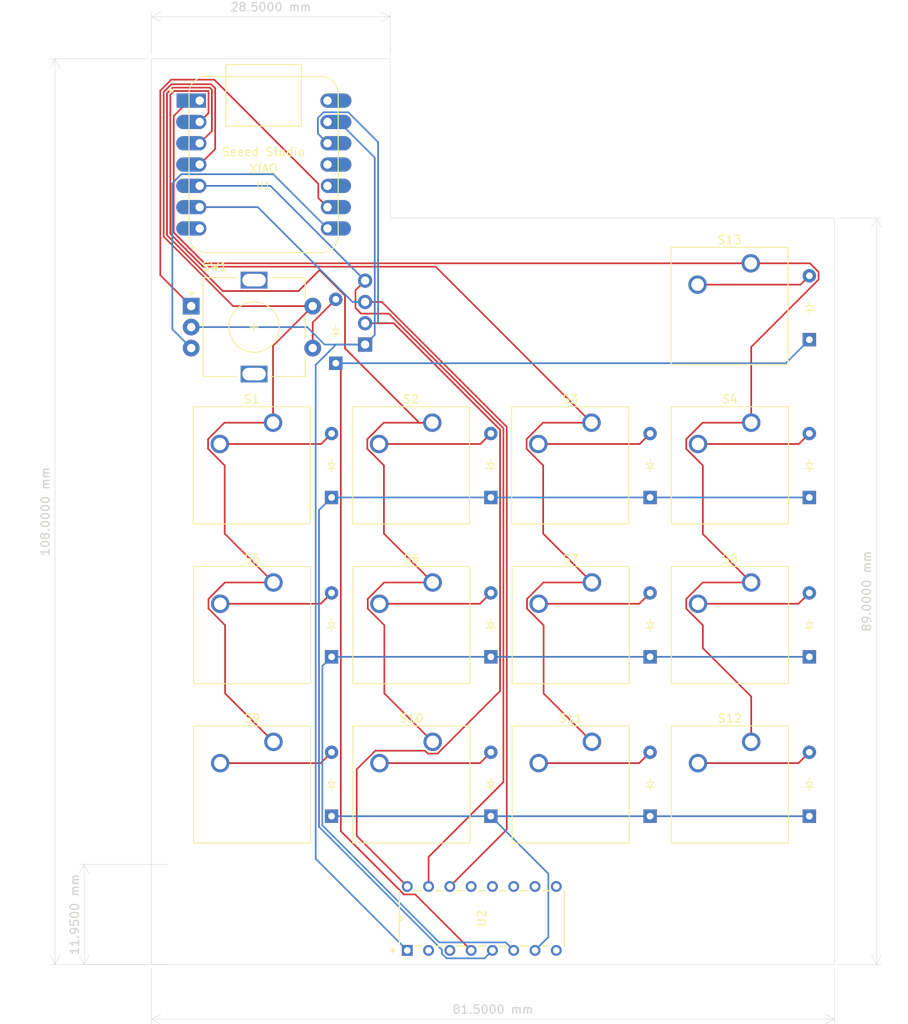
<source format=kicad_pcb>
(kicad_pcb (version 20240108) (generator "pcbnew") (generator_version "8.0")
  (layers (0 "F.Cu" signal) (31 "B.Cu" signal) (34 "B.Paste" user) (35 "F.Paste" user) (36 "B.SilkS" user "B.Silkscreen") (37 "F.SilkS" user "F.Silkscreen") (38 "B.Mask" user) (39 "F.Mask" user) (44 "Edge.Cuts" user))
  (net 0 "")
  (net 1 "SDA")
  (net 2 "SCL")
  (net 3 "GND")
  (net 4 "+3V3")
  (net 5 "Row 1")
  (net 6 "Net-(D1-A)")
  (net 7 "Net-(D2-A)")
  (net 8 "Net-(D3-A)")
  (net 9 "Net-(D4-A)")
  (net 10 "Row 2")
  (net 11 "Net-(D5-A)")
  (net 12 "Net-(D6-A)")
  (net 13 "Net-(D7-A)")
  (net 14 "Net-(D8-A)")
  (net 15 "Net-(D9-A)")
  (net 16 "Row 3")
  (net 17 "Net-(D10-A)")
  (net 18 "Net-(D11-A)")
  (net 19 "Net-(D12-A)")
  (net 20 "Net-(D13-A)")
  (net 21 "Row 0")
  (net 22 "E1OA")
  (net 23 "Column 3")
  (net 24 "Column 2")
  (net 25 "Column 1")
  (net 26 "Column 0")
  (net 27 "E1B")
  (net 28 "E1A")
  (net 30 "+5V")
  (footprint "footprints:XIAO-Generic-Hybrid-14P-2.54-21X17.8MM" (layer "F.Cu") (at 50.8895 38.12)
    (property "Reference" "U1" (at 0 2.54 0) (layer "F.SilkS") (effects (font (size 0.889 0.889) (thickness 0.1016))))
    (property "Value" "MOUDLE-SEEEDUINO-XIAO" (hide yes))
    (fp_text user "Seeed Studio" (at 0 -1.5 0) (layer "F.SilkS"))
    (fp_text user "XIAO" (at 0 0.5 0) (layer "F.SilkS"))
    (pad "1" thru_hole rect (at -7.625 -7.62) (size 3.5 1.7) (drill 1 (offset -1 0)) (layers "*.Cu" "*.Mask") (net 26 "Column 0"))
    (pad "2" thru_hole oval (at -7.625 -5.08) (size 3.6 1.7) (drill 1 (offset -1 0)) (layers "*.Cu" "*.Mask") (net 25 "Column 1"))
    (pad "3" thru_hole oval (at -7.625 -2.54) (size 3.6 1.7) (drill 1 (offset -1 0)) (layers "*.Cu" "*.Mask") (net 24 "Column 2"))
    (pad "4" thru_hole oval (at -7.625 0) (size 3.6 1.7) (drill 1 (offset -1 0)) (layers "*.Cu" "*.Mask") (net 23 "Column 3"))
    (pad "5" thru_hole oval (at -7.625 2.54) (size 3.6 1.7) (drill 1 (offset -1 0)) (layers "*.Cu" "*.Mask") (net 1 "SDA"))
    (pad "6" thru_hole oval (at -7.625 5.08 180) (size 3.6 1.7) (drill 1 (offset 1 0)) (layers "*.Cu" "*.Mask") (net 2 "SCL"))
    (pad "7" thru_hole oval (at -7.625 7.62) (size 3.6 1.7) (drill 1 (offset -1 0)) (layers "*.Cu" "*.Mask"))
    (pad "8" thru_hole oval (at 7.625 7.62) (size 3.6 1.7) (drill 1 (offset 1 0)) (layers "*.Cu" "*.Mask") (net 27 "E1B"))
    (pad "9" thru_hole oval (at 7.625 5.08) (size 3.6 1.7) (drill 1 (offset 1 0)) (layers "*.Cu" "*.Mask") (net 28 "E1A"))
    (pad "10" thru_hole oval (at 7.625 2.54) (size 3.6 1.7) (drill 1 (offset 1 0)) (layers "*.Cu" "*.Mask"))
    (pad "11" thru_hole oval (at 7.625 0) (size 3.7 1.7) (drill 1 (offset 1 0)) (layers "*.Cu" "*.Mask"))
    (pad "12" thru_hole oval (at 7.625 -2.54) (size 3.7 1.7) (drill 1 (offset 1 0)) (layers "*.Cu" "*.Mask") (net 4 "+3V3"))
    (pad "13" thru_hole oval (at 7.625 -5.08) (size 3.7 1.7) (drill 1 (offset 1 0)) (layers "*.Cu" "*.Mask") (net 3 "GND"))
    (pad "14" thru_hole oval (at 7.625 -7.62) (size 3.7 1.7) (drill 1 (offset 1 0)) (layers "*.Cu" "*.Mask") (net 30 "+5V"))
  )
  (footprint "Button_Switch_Keyboard:SW_Cherry_MX_1.00u_PCB" (layer "F.Cu") (at 109.015 49.895)
    (property "Reference" "S13" (at -2.54 -2.794 0) (layer "F.SilkS"))
    (property "Value" "Keyswitch")
    (pad "" np_thru_hole circle (at -7.62 5.08) (size 1.7 1.7) (drill 1.7) (layers "*.Cu" "*.Mask"))
    (pad "" np_thru_hole circle (at -2.54 5.08) (size 4 4) (drill 4) (layers "*.Cu" "*.Mask"))
    (pad "" np_thru_hole circle (at 2.54 5.08) (size 1.7 1.7) (drill 1.7) (layers "*.Cu" "*.Mask"))
    (pad "1" thru_hole circle (at 0 0) (size 2.2 2.2) (drill 1.5) (layers "*.Cu" "*.Mask") (net 26 "Column 0"))
    (pad "2" thru_hole circle (at -6.35 2.54) (size 2.2 2.2) (drill 1.5) (layers "*.Cu" "*.Mask") (net 20 "Net-(D13-A)"))
  )
  (footprint "ScottoKeebs_Components:Diode_DO-35" (layer "F.Cu") (at 97 96.81 90)
    (property "Reference" "D7" (hide yes))
    (property "Value" "Diode" (hide yes))
    (pad "1" thru_hole rect (at 0 0 90) (size 1.6 1.6) (drill 0.8) (layers "*.Cu" "*.Mask") (net 10 "Row 2"))
    (pad "2" thru_hole oval (at 7.62 0 90) (size 1.6 1.6) (drill 0.8) (layers "*.Cu" "*.Mask") (net 13 "Net-(D7-A)"))
  )
  (footprint "ScottoKeebs_Components:Diode_DO-35" (layer "F.Cu") (at 116 115.81 90)
    (property "Reference" "D12" (hide yes))
    (property "Value" "Diode" (hide yes))
    (pad "1" thru_hole rect (at 0 0 90) (size 1.6 1.6) (drill 0.8) (layers "*.Cu" "*.Mask") (net 16 "Row 3"))
    (pad "2" thru_hole oval (at 7.62 0 90) (size 1.6 1.6) (drill 0.8) (layers "*.Cu" "*.Mask") (net 19 "Net-(D12-A)"))
  )
  (footprint "ScottoKeebs_Components:Diode_DO-35" (layer "F.Cu") (at 116 77.81 90)
    (property "Reference" "D4" (hide yes))
    (property "Value" "Diode" (hide yes))
    (pad "1" thru_hole rect (at 0 0 90) (size 1.6 1.6) (drill 0.8) (layers "*.Cu" "*.Mask") (net 5 "Row 1"))
    (pad "2" thru_hole oval (at 7.62 0 90) (size 1.6 1.6) (drill 0.8) (layers "*.Cu" "*.Mask") (net 9 "Net-(D4-A)"))
  )
  (footprint "ScottoKeebs_Components:OLED_128x32" (layer "F.Cu") (at 61.4 49.78)
    (property "Reference" "Brd1" (hide yes))
    (property "Value" "SSD1306")
    (pad "1" thru_hole rect (at 1.6 9.8 180) (size 1.7 1.7) (drill 1) (layers "*.Cu" "*.Mask") (net 3 "GND"))
    (pad "2" thru_hole oval (at 1.6 7.26 180) (size 1.7 1.7) (drill 1) (layers "*.Cu" "*.Mask") (net 4 "+3V3"))
    (pad "3" thru_hole oval (at 1.6 4.72 180) (size 1.7 1.7) (drill 1) (layers "*.Cu" "*.Mask") (net 2 "SCL"))
    (pad "4" thru_hole oval (at 1.6 2.18 180) (size 1.7 1.7) (drill 1) (layers "*.Cu" "*.Mask") (net 1 "SDA"))
  )
  (footprint "Button_Switch_Keyboard:SW_Cherry_MX_1.00u_PCB" (layer "F.Cu") (at 52.015 68.895)
    (property "Reference" "S1" (at -2.54 -2.794 0) (layer "F.SilkS"))
    (property "Value" "Keyswitch")
    (pad "" np_thru_hole circle (at -7.62 5.08) (size 1.7 1.7) (drill 1.7) (layers "*.Cu" "*.Mask"))
    (pad "" np_thru_hole circle (at -2.54 5.08) (size 4 4) (drill 4) (layers "*.Cu" "*.Mask"))
    (pad "" np_thru_hole circle (at 2.54 5.08) (size 1.7 1.7) (drill 1.7) (layers "*.Cu" "*.Mask"))
    (pad "1" thru_hole circle (at 0 0) (size 2.2 2.2) (drill 1.5) (layers "*.Cu" "*.Mask") (net 23 "Column 3"))
    (pad "2" thru_hole circle (at -6.35 2.54) (size 2.2 2.2) (drill 1.5) (layers "*.Cu" "*.Mask") (net 6 "Net-(D1-A)"))
  )
  (footprint "ScottoKeebs_Components:Diode_DO-35" (layer "F.Cu") (at 78 115.81 90)
    (property "Reference" "D10" (hide yes))
    (property "Value" "Diode" (hide yes))
    (pad "1" thru_hole rect (at 0 0 90) (size 1.6 1.6) (drill 0.8) (layers "*.Cu" "*.Mask") (net 16 "Row 3"))
    (pad "2" thru_hole oval (at 7.62 0 90) (size 1.6 1.6) (drill 0.8) (layers "*.Cu" "*.Mask") (net 17 "Net-(D10-A)"))
  )
  (footprint "ScottoKeebs_Components:Diode_DO-35" (layer "F.Cu") (at 116 59 90)
    (property "Reference" "D13" (hide yes))
    (property "Value" "Diode" (hide yes))
    (pad "1" thru_hole rect (at 0 0 90) (size 1.6 1.6) (drill 0.8) (layers "*.Cu" "*.Mask") (net 21 "Row 0"))
    (pad "2" thru_hole oval (at 7.62 0 90) (size 1.6 1.6) (drill 0.8) (layers "*.Cu" "*.Mask") (net 20 "Net-(D13-A)"))
  )
  (footprint "ScottoKeebs_Components:Diode_DO-35" (layer "F.Cu") (at 59 96.81 90)
    (property "Reference" "D5" (hide yes))
    (property "Value" "Diode" (hide yes))
    (pad "1" thru_hole rect (at 0 0 90) (size 1.6 1.6) (drill 0.8) (layers "*.Cu" "*.Mask") (net 10 "Row 2"))
    (pad "2" thru_hole oval (at 7.62 0 90) (size 1.6 1.6) (drill 0.8) (layers "*.Cu" "*.Mask") (net 11 "Net-(D5-A)"))
  )
  (footprint "Button_Switch_Keyboard:SW_Cherry_MX_1.00u_PCB" (layer "F.Cu") (at 71.065 106.945)
    (property "Reference" "S10" (at -2.54 -2.794 0) (layer "F.SilkS"))
    (property "Value" "Keyswitch")
    (pad "" np_thru_hole circle (at -7.62 5.08) (size 1.7 1.7) (drill 1.7) (layers "*.Cu" "*.Mask"))
    (pad "" np_thru_hole circle (at -2.54 5.08) (size 4 4) (drill 4) (layers "*.Cu" "*.Mask"))
    (pad "" np_thru_hole circle (at 2.54 5.08) (size 1.7 1.7) (drill 1.7) (layers "*.Cu" "*.Mask"))
    (pad "1" thru_hole circle (at 0 0) (size 2.2 2.2) (drill 1.5) (layers "*.Cu" "*.Mask") (net 24 "Column 2"))
    (pad "2" thru_hole circle (at -6.35 2.54) (size 2.2 2.2) (drill 1.5) (layers "*.Cu" "*.Mask") (net 17 "Net-(D10-A)"))
  )
  (footprint "footprintss:N16" (layer "F.Cu") (at 85.81 124.19 90)
    (property "Reference" "U2" (at -3.81 -8.89 90) (layer "F.SilkS"))
    (property "Value" "PCF8574A")
    (fp_text user "*" (at -7.62 -19.1897 90) (layer "F.SilkS"))
    (fp_text user "*" (at -7.62 -19.1897 90) (layer "F.SilkS"))
    (pad "1" thru_hole rect (at -7.62 -17.78 90) (size 1.2954 1.2954) (drill 0.7874) (layers "*.Cu" "*.Mask") (net 3 "GND"))
    (pad "2" thru_hole circle (at -7.62 -15.24 90) (size 1.2954 1.2954) (drill 0.7874) (layers "*.Cu" "*.Mask") (net 3 "GND"))
    (pad "3" thru_hole circle (at -7.62 -12.7 90) (size 1.2954 1.2954) (drill 0.7874) (layers "*.Cu" "*.Mask") (net 3 "GND"))
    (pad "4" thru_hole circle (at -7.62 -10.16 90) (size 1.2954 1.2954) (drill 0.7874) (layers "*.Cu" "*.Mask") (net 21 "Row 0"))
    (pad "5" thru_hole circle (at -7.62 -7.62 90) (size 1.2954 1.2954) (drill 0.7874) (layers "*.Cu" "*.Mask") (net 5 "Row 1"))
    (pad "6" thru_hole circle (at -7.62 -5.08 90) (size 1.2954 1.2954) (drill 0.7874) (layers "*.Cu" "*.Mask") (net 10 "Row 2"))
    (pad "7" thru_hole circle (at -7.62 -2.54 90) (size 1.2954 1.2954) (drill 0.7874) (layers "*.Cu" "*.Mask") (net 16 "Row 3"))
    (pad "8" thru_hole circle (at -7.62 0 90) (size 1.2954 1.2954) (drill 0.7874) (layers "*.Cu" "*.Mask") (net 3 "GND"))
    (pad "9" thru_hole circle (at 0 0 90) (size 1.2954 1.2954) (drill 0.7874) (layers "*.Cu" "*.Mask"))
    (pad "10" thru_hole circle (at 0 -2.54 90) (size 1.2954 1.2954) (drill 0.7874) (layers "*.Cu" "*.Mask"))
    (pad "11" thru_hole circle (at 0 -5.08 90) (size 1.2954 1.2954) (drill 0.7874) (layers "*.Cu" "*.Mask"))
    (pad "12" thru_hole circle (at 0 -7.62 90) (size 1.2954 1.2954) (drill 0.7874) (layers "*.Cu" "*.Mask"))
    (pad "13" thru_hole circle (at 0 -10.16 90) (size 1.2954 1.2954) (drill 0.7874) (layers "*.Cu" "*.Mask"))
    (pad "14" thru_hole circle (at 0 -12.7 90) (size 1.2954 1.2954) (drill 0.7874) (layers "*.Cu" "*.Mask") (net 2 "SCL"))
    (pad "15" thru_hole circle (at 0 -15.24 90) (size 1.2954 1.2954) (drill 0.7874) (layers "*.Cu" "*.Mask") (net 1 "SDA"))
    (pad "16" thru_hole circle (at 0 -17.78 90) (size 1.2954 1.2954) (drill 0.7874) (layers "*.Cu" "*.Mask") (net 4 "+3V3"))
  )
  (footprint "Button_Switch_Keyboard:SW_Cherry_MX_1.00u_PCB" (layer "F.Cu") (at 109.065 68.895)
    (property "Reference" "S4" (at -2.54 -2.794 0) (layer "F.SilkS"))
    (property "Value" "Keyswitch")
    (pad "" np_thru_hole circle (at -7.62 5.08) (size 1.7 1.7) (drill 1.7) (layers "*.Cu" "*.Mask"))
    (pad "" np_thru_hole circle (at -2.54 5.08) (size 4 4) (drill 4) (layers "*.Cu" "*.Mask"))
    (pad "" np_thru_hole circle (at 2.54 5.08) (size 1.7 1.7) (drill 1.7) (layers "*.Cu" "*.Mask"))
    (pad "1" thru_hole circle (at 0 0) (size 2.2 2.2) (drill 1.5) (layers "*.Cu" "*.Mask") (net 26 "Column 0"))
    (pad "2" thru_hole circle (at -6.35 2.54) (size 2.2 2.2) (drill 1.5) (layers "*.Cu" "*.Mask") (net 9 "Net-(D4-A)"))
  )
  (footprint "Button_Switch_Keyboard:SW_Cherry_MX_1.00u_PCB" (layer "F.Cu") (at 71.065 87.945)
    (property "Reference" "S6" (at -2.54 -2.794 0) (layer "F.SilkS"))
    (property "Value" "Keyswitch")
    (pad "" np_thru_hole circle (at -7.62 5.08) (size 1.7 1.7) (drill 1.7) (layers "*.Cu" "*.Mask"))
    (pad "" np_thru_hole circle (at -2.54 5.08) (size 4 4) (drill 4) (layers "*.Cu" "*.Mask"))
    (pad "" np_thru_hole circle (at 2.54 5.08) (size 1.7 1.7) (drill 1.7) (layers "*.Cu" "*.Mask"))
    (pad "1" thru_hole circle (at 0 0) (size 2.2 2.2) (drill 1.5) (layers "*.Cu" "*.Mask") (net 24 "Column 2"))
    (pad "2" thru_hole circle (at -6.35 2.54) (size 2.2 2.2) (drill 1.5) (layers "*.Cu" "*.Mask") (net 12 "Net-(D6-A)"))
  )
  (footprint "Button_Switch_Keyboard:SW_Cherry_MX_1.00u_PCB" (layer "F.Cu") (at 90.065 87.945)
    (property "Reference" "S7" (at -2.54 -2.794 0) (layer "F.SilkS"))
    (property "Value" "Keyswitch")
    (pad "" np_thru_hole circle (at -7.62 5.08) (size 1.7 1.7) (drill 1.7) (layers "*.Cu" "*.Mask"))
    (pad "" np_thru_hole circle (at -2.54 5.08) (size 4 4) (drill 4) (layers "*.Cu" "*.Mask"))
    (pad "" np_thru_hole circle (at 2.54 5.08) (size 1.7 1.7) (drill 1.7) (layers "*.Cu" "*.Mask"))
    (pad "1" thru_hole circle (at 0 0) (size 2.2 2.2) (drill 1.5) (layers "*.Cu" "*.Mask") (net 25 "Column 1"))
    (pad "2" thru_hole circle (at -6.35 2.54) (size 2.2 2.2) (drill 1.5) (layers "*.Cu" "*.Mask") (net 13 "Net-(D7-A)"))
  )
  (footprint "ScottoKeebs_Components:Diode_DO-35" (layer "F.Cu") (at 78 77.81 90)
    (property "Reference" "D2" (hide yes))
    (property "Value" "Diode" (hide yes))
    (pad "1" thru_hole rect (at 0 0 90) (size 1.6 1.6) (drill 0.8) (layers "*.Cu" "*.Mask") (net 5 "Row 1"))
    (pad "2" thru_hole oval (at 7.62 0 90) (size 1.6 1.6) (drill 0.8) (layers "*.Cu" "*.Mask") (net 7 "Net-(D2-A)"))
  )
  (footprint "Button_Switch_Keyboard:SW_Cherry_MX_1.00u_PCB" (layer "F.Cu") (at 90.065 106.945)
    (property "Reference" "S11" (at -2.54 -2.794 0) (layer "F.SilkS"))
    (property "Value" "Keyswitch")
    (pad "" np_thru_hole circle (at -7.62 5.08) (size 1.7 1.7) (drill 1.7) (layers "*.Cu" "*.Mask"))
    (pad "" np_thru_hole circle (at -2.54 5.08) (size 4 4) (drill 4) (layers "*.Cu" "*.Mask"))
    (pad "" np_thru_hole circle (at 2.54 5.08) (size 1.7 1.7) (drill 1.7) (layers "*.Cu" "*.Mask"))
    (pad "1" thru_hole circle (at 0 0) (size 2.2 2.2) (drill 1.5) (layers "*.Cu" "*.Mask") (net 25 "Column 1"))
    (pad "2" thru_hole circle (at -6.35 2.54) (size 2.2 2.2) (drill 1.5) (layers "*.Cu" "*.Mask") (net 18 "Net-(D11-A)"))
  )
  (footprint "ScottoKeebs_Components:Diode_DO-35" (layer "F.Cu") (at 116 96.81 90)
    (property "Reference" "D8" (hide yes))
    (property "Value" "Diode" (hide yes))
    (pad "1" thru_hole rect (at 0 0 90) (size 1.6 1.6) (drill 0.8) (layers "*.Cu" "*.Mask") (net 10 "Row 2"))
    (pad "2" thru_hole oval (at 7.62 0 90) (size 1.6 1.6) (drill 0.8) (layers "*.Cu" "*.Mask") (net 14 "Net-(D8-A)"))
  )
  (footprint "Button_Switch_Keyboard:SW_Cherry_MX_1.00u_PCB" (layer "F.Cu") (at 109.065 87.945)
    (property "Reference" "S8" (at -2.54 -2.794 0) (layer "F.SilkS"))
    (property "Value" "Keyswitch")
    (pad "" np_thru_hole circle (at -7.62 5.08) (size 1.7 1.7) (drill 1.7) (layers "*.Cu" "*.Mask"))
    (pad "" np_thru_hole circle (at -2.54 5.08) (size 4 4) (drill 4) (layers "*.Cu" "*.Mask"))
    (pad "" np_thru_hole circle (at 2.54 5.08) (size 1.7 1.7) (drill 1.7) (layers "*.Cu" "*.Mask"))
    (pad "1" thru_hole circle (at 0 0) (size 2.2 2.2) (drill 1.5) (layers "*.Cu" "*.Mask") (net 26 "Column 0"))
    (pad "2" thru_hole circle (at -6.35 2.54) (size 2.2 2.2) (drill 1.5) (layers "*.Cu" "*.Mask") (net 14 "Net-(D8-A)"))
  )
  (footprint "Button_Switch_Keyboard:SW_Cherry_MX_1.00u_PCB" (layer "F.Cu") (at 90.015 68.895)
    (property "Reference" "S3" (at -2.54 -2.794 0) (layer "F.SilkS"))
    (property "Value" "Keyswitch")
    (pad "" np_thru_hole circle (at -7.62 5.08) (size 1.7 1.7) (drill 1.7) (layers "*.Cu" "*.Mask"))
    (pad "" np_thru_hole circle (at -2.54 5.08) (size 4 4) (drill 4) (layers "*.Cu" "*.Mask"))
    (pad "" np_thru_hole circle (at 2.54 5.08) (size 1.7 1.7) (drill 1.7) (layers "*.Cu" "*.Mask"))
    (pad "1" thru_hole circle (at 0 0) (size 2.2 2.2) (drill 1.5) (layers "*.Cu" "*.Mask") (net 25 "Column 1"))
    (pad "2" thru_hole circle (at -6.35 2.54) (size 2.2 2.2) (drill 1.5) (layers "*.Cu" "*.Mask") (net 8 "Net-(D3-A)"))
  )
  (footprint "ScottoKeebs_Components:Diode_DO-35" (layer "F.Cu") (at 59.5 61.81 90)
    (property "Reference" "D14" (hide yes))
    (property "Value" "Diode" (hide yes))
    (pad "1" thru_hole rect (at 0 0 90) (size 1.6 1.6) (drill 0.8) (layers "*.Cu" "*.Mask") (net 21 "Row 0"))
    (pad "2" thru_hole oval (at 7.62 0 90) (size 1.6 1.6) (drill 0.8) (layers "*.Cu" "*.Mask") (net 22 "E1OA"))
  )
  (footprint "ScottoKeebs_Components:Diode_DO-35" (layer "F.Cu") (at 59 115.81 90)
    (property "Reference" "D9" (hide yes))
    (property "Value" "Diode" (hide yes))
    (pad "1" thru_hole rect (at 0 0 90) (size 1.6 1.6) (drill 0.8) (layers "*.Cu" "*.Mask") (net 16 "Row 3"))
    (pad "2" thru_hole oval (at 7.62 0 90) (size 1.6 1.6) (drill 0.8) (layers "*.Cu" "*.Mask") (net 15 "Net-(D9-A)"))
  )
  (footprint "ScottoKeebs_Components:Diode_DO-35" (layer "F.Cu") (at 59 77.81 90)
    (property "Reference" "D1" (hide yes))
    (property "Value" "Diode" (hide yes))
    (pad "1" thru_hole rect (at 0 0 90) (size 1.6 1.6) (drill 0.8) (layers "*.Cu" "*.Mask") (net 5 "Row 1"))
    (pad "2" thru_hole oval (at 7.62 0 90) (size 1.6 1.6) (drill 0.8) (layers "*.Cu" "*.Mask") (net 6 "Net-(D1-A)"))
  )
  (footprint "Button_Switch_Keyboard:SW_Cherry_MX_1.00u_PCB" (layer "F.Cu") (at 52.065 87.945)
    (property "Reference" "S5" (at -2.54 -2.794 0) (layer "F.SilkS"))
    (property "Value" "Keyswitch")
    (pad "" np_thru_hole circle (at -7.62 5.08) (size 1.7 1.7) (drill 1.7) (layers "*.Cu" "*.Mask"))
    (pad "" np_thru_hole circle (at -2.54 5.08) (size 4 4) (drill 4) (layers "*.Cu" "*.Mask"))
    (pad "" np_thru_hole circle (at 2.54 5.08) (size 1.7 1.7) (drill 1.7) (layers "*.Cu" "*.Mask"))
    (pad "1" thru_hole circle (at 0 0) (size 2.2 2.2) (drill 1.5) (layers "*.Cu" "*.Mask") (net 23 "Column 3"))
    (pad "2" thru_hole circle (at -6.35 2.54) (size 2.2 2.2) (drill 1.5) (layers "*.Cu" "*.Mask") (net 11 "Net-(D5-A)"))
  )
  (footprint "ScottoKeebs_Components:Diode_DO-35" (layer "F.Cu") (at 97 77.81 90)
    (property "Reference" "D3" (hide yes))
    (property "Value" "Diode" (hide yes))
    (pad "1" thru_hole rect (at 0 0 90) (size 1.6 1.6) (drill 0.8) (layers "*.Cu" "*.Mask") (net 5 "Row 1"))
    (pad "2" thru_hole oval (at 7.62 0 90) (size 1.6 1.6) (drill 0.8) (layers "*.Cu" "*.Mask") (net 8 "Net-(D3-A)"))
  )
  (footprint "Button_Switch_Keyboard:SW_Cherry_MX_1.00u_PCB" (layer "F.Cu") (at 71.015 68.895)
    (property "Reference" "S2" (at -2.54 -2.794 0) (layer "F.SilkS"))
    (property "Value" "Keyswitch")
    (pad "" np_thru_hole circle (at -7.62 5.08) (size 1.7 1.7) (drill 1.7) (layers "*.Cu" "*.Mask"))
    (pad "" np_thru_hole circle (at -2.54 5.08) (size 4 4) (drill 4) (layers "*.Cu" "*.Mask"))
    (pad "" np_thru_hole circle (at 2.54 5.08) (size 1.7 1.7) (drill 1.7) (layers "*.Cu" "*.Mask"))
    (pad "1" thru_hole circle (at 0 0) (size 2.2 2.2) (drill 1.5) (layers "*.Cu" "*.Mask") (net 24 "Column 2"))
    (pad "2" thru_hole circle (at -6.35 2.54) (size 2.2 2.2) (drill 1.5) (layers "*.Cu" "*.Mask") (net 7 "Net-(D2-A)"))
  )
  (footprint "Button_Switch_Keyboard:SW_Cherry_MX_1.00u_PCB" (layer "F.Cu") (at 52.065 106.945)
    (property "Reference" "S9" (at -2.54 -2.794 0) (layer "F.SilkS"))
    (property "Value" "Keyswitch")
    (pad "" np_thru_hole circle (at -7.62 5.08) (size 1.7 1.7) (drill 1.7) (layers "*.Cu" "*.Mask"))
    (pad "" np_thru_hole circle (at -2.54 5.08) (size 4 4) (drill 4) (layers "*.Cu" "*.Mask"))
    (pad "" np_thru_hole circle (at 2.54 5.08) (size 1.7 1.7) (drill 1.7) (layers "*.Cu" "*.Mask"))
    (pad "1" thru_hole circle (at 0 0) (size 2.2 2.2) (drill 1.5) (layers "*.Cu" "*.Mask") (net 23 "Column 3"))
    (pad "2" thru_hole circle (at -6.35 2.54) (size 2.2 2.2) (drill 1.5) (layers "*.Cu" "*.Mask") (net 15 "Net-(D9-A)"))
  )
  (footprint "ScottoKeebs_Components:Diode_DO-35" (layer "F.Cu") (at 78 96.81 90)
    (property "Reference" "D6" (hide yes))
    (property "Value" "Diode" (hide yes))
    (pad "1" thru_hole rect (at 0 0 90) (size 1.6 1.6) (drill 0.8) (layers "*.Cu" "*.Mask") (net 10 "Row 2"))
    (pad "2" thru_hole oval (at 7.62 0 90) (size 1.6 1.6) (drill 0.8) (layers "*.Cu" "*.Mask") (net 12 "Net-(D6-A)"))
  )
  (footprint "Button_Switch_Keyboard:SW_Cherry_MX_1.00u_PCB" (layer "F.Cu") (at 109.065 106.945)
    (property "Reference" "S12" (at -2.54 -2.794 0) (layer "F.SilkS"))
    (property "Value" "Keyswitch")
    (pad "" np_thru_hole circle (at -7.62 5.08) (size 1.7 1.7) (drill 1.7) (layers "*.Cu" "*.Mask"))
    (pad "" np_thru_hole circle (at -2.54 5.08) (size 4 4) (drill 4) (layers "*.Cu" "*.Mask"))
    (pad "" np_thru_hole circle (at 2.54 5.08) (size 1.7 1.7) (drill 1.7) (layers "*.Cu" "*.Mask"))
    (pad "1" thru_hole circle (at 0 0) (size 2.2 2.2) (drill 1.5) (layers "*.Cu" "*.Mask") (net 26 "Column 0"))
    (pad "2" thru_hole circle (at -6.35 2.54) (size 2.2 2.2) (drill 1.5) (layers "*.Cu" "*.Mask") (net 19 "Net-(D12-A)"))
  )
  (footprint "Rotary_Encoder:RotaryEncoder_Alps_EC11E-Switch_Vertical_H20mm" (layer "F.Cu") (at 42.25 55)
    (property "Reference" "SW1" (at 2.8 -4.7 0) (layer "F.SilkS"))
    (property "Value" "RotaryEncoder_Switch")
    (pad "A" thru_hole rect (at 0 0) (size 2 2) (drill 1) (layers "*.Cu" "*.Mask") (net 28 "E1A"))
    (pad "B" thru_hole circle (at 0 5) (size 2 2) (drill 1) (layers "*.Cu" "*.Mask") (net 27 "E1B"))
    (pad "C" thru_hole circle (at 0 2.5) (size 2 2) (drill 1) (layers "*.Cu" "*.Mask") (net 3 "GND"))
    (pad "MP" thru_hole rect (at 7.5 -3.1) (size 3.2 2) (drill oval 2.8 1.5) (layers "*.Cu" "*.Mask"))
    (pad "MP" thru_hole rect (at 7.5 8.1) (size 3.2 2) (drill oval 2.8 1.5) (layers "*.Cu" "*.Mask"))
    (pad "S1" thru_hole circle (at 14.5 5) (size 2 2) (drill 1) (layers "*.Cu" "*.Mask") (net 22 "E1OA"))
    (pad "S2" thru_hole circle (at 14.5 0) (size 2 2) (drill 1) (layers "*.Cu" "*.Mask") (net 23 "Column 3"))
  )
  (footprint "ScottoKeebs_Components:Diode_DO-35" (layer "F.Cu") (at 97 115.81 90)
    (property "Reference" "D11" (hide yes))
    (property "Value" "Diode" (hide yes))
    (pad "1" thru_hole rect (at 0 0 90) (size 1.6 1.6) (drill 0.8) (layers "*.Cu" "*.Mask") (net 16 "Row 3"))
    (pad "2" thru_hole oval (at 7.62 0 90) (size 1.6 1.6) (drill 0.8) (layers "*.Cu" "*.Mask") (net 18 "Net-(D11-A)"))
  )
  (gr_line (start 37.5 25.5) (end 37.5 133.5) (stroke (width 0.05)) (layer "Edge.Cuts"))
  (gr_line (start 37.5 133.5) (end 119 133.5) (stroke (width 0.05)) (layer "Edge.Cuts"))
  (gr_line (start 119 133.5) (end 119 44.5) (stroke (width 0.05)) (layer "Edge.Cuts"))
  (gr_line (start 66 25.5) (end 37.5 25.5) (stroke (width 0.05)) (layer "Edge.Cuts"))
  (gr_line (start 66 44.5) (end 66 25.5) (stroke (width 0.05)) (layer "Edge.Cuts"))
  (gr_line (start 119 44.5) (end 66 44.5) (stroke (width 0.05)) (layer "Edge.Cuts"))
  (dimension (type aligned) (layer "Edge.Cuts") (pts (xy 66 25.5) (xy 37.5 25.5)) (height 4.999999) (gr_text "28.5000 mm" (at 51.75 19.350001 0) (layer "Edge.Cuts") (effects (font (size 1 1) (thickness 0.15)))) (format (prefix "") (suffix "") (units 3) (units_format 1) (precision 4)) (style (thickness 0.05) (arrow_length 1.27) (text_position_mode 0) (extension_height 0.58642) (extension_offset 0.5) keep_text_aligned))
  (dimension (type aligned) (layer "Edge.Cuts") (pts (xy 37.5 25.5) (xy 37.5 133.5)) (height 11.499999) (gr_text "108.0000 mm" (at 24.850001 79.5 90) (layer "Edge.Cuts") (effects (font (size 1 1) (thickness 0.15)))) (format (prefix "") (suffix "") (units 3) (units_format 1) (precision 4)) (style (thickness 0.05) (arrow_length 1.27) (text_position_mode 0) (extension_height 0.58642) (extension_offset 0.5) keep_text_aligned))
  (dimension (type aligned) (layer "Edge.Cuts") (pts (xy 119 133.5) (xy 37.5 133.5)) (height -6.5) (gr_text "81.5000 mm" (at 78.25 138.85 0) (layer "Edge.Cuts") (effects (font (size 1 1) (thickness 0.15)))) (format (prefix "") (suffix "") (units 3) (units_format 1) (precision 4)) (style (thickness 0.05) (arrow_length 1.27) (text_position_mode 0) (extension_height 0.58642) (extension_offset 0.5) keep_text_aligned))
  (dimension (type aligned) (layer "Edge.Cuts") (pts (xy 40 121.55) (xy 40 133.5)) (height 10.5) (gr_text "11.9500 mm" (at 28.35 127.525 90) (layer "Edge.Cuts") (effects (font (size 1 1) (thickness 0.15)))) (format (prefix "") (suffix "") (units 3) (units_format 1) (precision 4)) (style (thickness 0.05) (arrow_length 1.27) (text_position_mode 0) (extension_height 0.58642) (extension_offset 0.5) keep_text_aligned))
  (dimension (type aligned) (layer "Edge.Cuts") (pts (xy 119 133.5) (xy 119 44.5)) (height 5) (gr_text "89.0000 mm" (at 122.85 89 90) (layer "Edge.Cuts") (effects (font (size 1 1) (thickness 0.15)))) (format (prefix "") (suffix "") (units 3) (units_format 1) (precision 4)) (style (thickness 0.05) (arrow_length 1.27) (text_position_mode 0) (extension_height 0.58642) (extension_offset 0.5) keep_text_aligned))
  (segment (start 70.57 120.6723) (end 70.57 124.19) (width 0.2) (layer "F.Cu") (net 1))
  (segment (start 63 51.96) (end 61.85 53.11) (width 0.2) (layer "F.Cu") (net 1))
  (segment (start 61.85 55.216346) (end 62.523654 55.89) (width 0.2) (layer "F.Cu") (net 1))
  (segment (start 79.5 69.568679) (end 79.5 111.7423) (width 0.2) (layer "F.Cu") (net 1))
  (segment (start 79.5 111.7423) (end 70.57 120.6723) (width 0.2) (layer "F.Cu") (net 1))
  (segment (start 62.523654 55.89) (end 65.821321 55.89) (width 0.2) (layer "F.Cu") (net 1))
  (segment (start 61.85 53.11) (end 61.85 55.216346) (width 0.2) (layer "F.Cu") (net 1))
  (segment (start 65.821321 55.89) (end 79.5 69.568679) (width 0.2) (layer "F.Cu") (net 1))
  (segment (start 43.2645 40.66) (end 51.7 40.66) (width 0.2) (layer "B.Cu") (net 1))
  (segment (start 51.7 40.66) (end 63 51.96) (width 0.2) (layer "B.Cu") (net 1))
  (segment (start 63 54.5) (end 64.997007 54.5) (width 0.2) (layer "F.Cu") (net 2))
  (segment (start 79.9 69.402993) (end 79.9 117.4) (width 0.2) (layer "F.Cu") (net 2))
  (segment (start 64.997007 54.5) (end 79.9 69.402993) (width 0.2) (layer "F.Cu") (net 2))
  (segment (start 79.9 117.4) (end 73.11 124.19) (width 0.2) (layer "F.Cu") (net 2))
  (segment (start 50.2 43.2) (end 61.5 54.5) (width 0.2) (layer "B.Cu") (net 2))
  (segment (start 61.5 54.5) (end 63 54.5) (width 0.2) (layer "B.Cu") (net 2))
  (segment (start 43.2645 43.2) (end 50.2 43.2) (width 0.2) (layer "B.Cu") (net 2))
  (segment (start 42.25 57.5) (end 56.088478 57.5) (width 0.2) (layer "B.Cu") (net 3))
  (segment (start 64.15 37.3) (end 59.89 33.04) (width 0.2) (layer "B.Cu") (net 3))
  (segment (start 58.168478 59.58) (end 63 59.58) (width 0.2) (layer "B.Cu") (net 3))
  (segment (start 57.1 62.01) (end 57.1 120.88) (width 0.2) (layer "B.Cu") (net 3))
  (segment (start 63 59.58) (end 64.15 58.43) (width 0.2) (layer "B.Cu") (net 3))
  (segment (start 63 59.58) (end 59.53 59.58) (width 0.2) (layer "B.Cu") (net 3))
  (segment (start 56.088478 57.5) (end 58.168478 59.58) (width 0.2) (layer "B.Cu") (net 3))
  (segment (start 59.53 59.58) (end 57.1 62.01) (width 0.2) (layer "B.Cu") (net 3))
  (segment (start 64.15 58.43) (end 64.15 37.3) (width 0.2) (layer "B.Cu") (net 3))
  (segment (start 59.89 33.04) (end 58.5145 33.04) (width 0.2) (layer "B.Cu") (net 3))
  (segment (start 57.1 120.88) (end 68.03 131.81) (width 0.2) (layer "B.Cu") (net 3))
  (segment (start 79.1 100.889899) (end 71.644899 108.345) (width 0.2) (layer "F.Cu") (net 4))
  (segment (start 64.220101 108) (end 62 110.220101) (width 0.2) (layer "F.Cu") (net 4))
  (segment (start 62 118.16) (end 68.03 124.19) (width 0.2) (layer "F.Cu") (net 4))
  (segment (start 71.644899 108.345) (end 70.485101 108.345) (width 0.2) (layer "F.Cu") (net 4))
  (segment (start 66.405635 57.04) (end 79.1 69.734365) (width 0.2) (layer "F.Cu") (net 4))
  (segment (start 70.485101 108.345) (end 70.140101 108) (width 0.2) (layer "F.Cu") (net 4))
  (segment (start 79.1 69.734365) (end 79.1 100.889899) (width 0.2) (layer "F.Cu") (net 4))
  (segment (start 62 110.220101) (end 62 118.16) (width 0.2) (layer "F.Cu") (net 4))
  (segment (start 63 57.04) (end 66.405635 57.04) (width 0.2) (layer "F.Cu") (net 4))
  (segment (start 70.140101 108) (end 64.220101 108) (width 0.2) (layer "F.Cu") (net 4))
  (segment (start 58.5145 35.58) (end 57.3645 34.43) (width 0.2) (layer "B.Cu") (net 4))
  (segment (start 57.3645 32.563654) (end 58.038154 31.89) (width 0.2) (layer "B.Cu") (net 4))
  (segment (start 58.038154 31.89) (end 60.990846 31.89) (width 0.2) (layer "B.Cu") (net 4))
  (segment (start 64.55 35.449154) (end 64.55 57.04) (width 0.2) (layer "B.Cu") (net 4))
  (segment (start 60.990846 31.89) (end 64.55 35.449154) (width 0.2) (layer "B.Cu") (net 4))
  (segment (start 57.3645 34.43) (end 57.3645 32.563654) (width 0.2) (layer "B.Cu") (net 4))
  (segment (start 97 77.81) (end 78 77.81) (width 0.2) (layer "B.Cu") (net 5))
  (segment (start 72.1623 132.202551) (end 72.717449 132.7577) (width 0.2) (layer "B.Cu") (net 5))
  (segment (start 72.717449 132.7577) (end 77.2423 132.7577) (width 0.2) (layer "B.Cu") (net 5))
  (segment (start 59 77.81) (end 57.5 79.31) (width 0.2) (layer "B.Cu") (net 5))
  (segment (start 57.5 117.075686) (end 72.1623 131.737986) (width 0.2) (layer "B.Cu") (net 5))
  (segment (start 72.1623 131.737986) (end 72.1623 132.202551) (width 0.2) (layer "B.Cu") (net 5))
  (segment (start 116 77.81) (end 97 77.81) (width 0.2) (layer "B.Cu") (net 5))
  (segment (start 78 77.81) (end 59 77.81) (width 0.2) (layer "B.Cu") (net 5))
  (segment (start 77.2423 132.7577) (end 78.19 131.81) (width 0.2) (layer "B.Cu") (net 5))
  (segment (start 57.5 79.31) (end 57.5 117.075686) (width 0.2) (layer "B.Cu") (net 5))
  (segment (start 57.755 71.435) (end 59 70.19) (width 0.2) (layer "F.Cu") (net 6))
  (segment (start 45.665 71.435) (end 57.755 71.435) (width 0.2) (layer "F.Cu") (net 6))
  (segment (start 64.665 71.435) (end 76.755 71.435) (width 0.2) (layer "F.Cu") (net 7))
  (segment (start 76.755 71.435) (end 78 70.19) (width 0.2) (layer "F.Cu") (net 7))
  (segment (start 83.665 71.435) (end 95.755 71.435) (width 0.2) (layer "F.Cu") (net 8))
  (segment (start 95.755 71.435) (end 97 70.19) (width 0.2) (layer "F.Cu") (net 8))
  (segment (start 114.755 71.435) (end 116 70.19) (width 0.2) (layer "F.Cu") (net 9))
  (segment (start 102.715 71.435) (end 114.755 71.435) (width 0.2) (layer "F.Cu") (net 9))
  (segment (start 57.9 116.91) (end 71.8523 130.8623) (width 0.2) (layer "B.Cu") (net 10))
  (segment (start 71.8523 130.8623) (end 79.7823 130.8623) (width 0.2) (layer "B.Cu") (net 10))
  (segment (start 59 96.81) (end 57.9 97.91) (width 0.2) (layer "B.Cu") (net 10))
  (segment (start 116 96.81) (end 97 96.81) (width 0.2) (layer "B.Cu") (net 10))
  (segment (start 97 96.81) (end 78 96.81) (width 0.2) (layer "B.Cu") (net 10))
  (segment (start 79.7823 130.8623) (end 80.73 131.81) (width 0.2) (layer "B.Cu") (net 10))
  (segment (start 57.9 97.91) (end 57.9 116.91) (width 0.2) (layer "B.Cu") (net 10))
  (segment (start 78 96.81) (end 59 96.81) (width 0.2) (layer "B.Cu") (net 10))
  (segment (start 57.705 90.485) (end 59 89.19) (width 0.2) (layer "F.Cu") (net 11))
  (segment (start 45.715 90.485) (end 57.705 90.485) (width 0.2) (layer "F.Cu") (net 11))
  (segment (start 76.705 90.485) (end 78 89.19) (width 0.2) (layer "F.Cu") (net 12))
  (segment (start 64.715 90.485) (end 76.705 90.485) (width 0.2) (layer "F.Cu") (net 12))
  (segment (start 83.715 90.485) (end 95.705 90.485) (width 0.2) (layer "F.Cu") (net 13))
  (segment (start 95.705 90.485) (end 97 89.19) (width 0.2) (layer "F.Cu") (net 13))
  (segment (start 102.715 90.485) (end 114.705 90.485) (width 0.2) (layer "F.Cu") (net 14))
  (segment (start 114.705 90.485) (end 116 89.19) (width 0.2) (layer "F.Cu") (net 14))
  (segment (start 45.715 109.485) (end 57.705 109.485) (width 0.2) (layer "F.Cu") (net 15))
  (segment (start 57.705 109.485) (end 59 108.19) (width 0.2) (layer "F.Cu") (net 15))
  (segment (start 84.8623 130.2177) (end 83.27 131.81) (width 0.2) (layer "B.Cu") (net 16))
  (segment (start 97 115.81) (end 78 115.81) (width 0.2) (layer "B.Cu") (net 16))
  (segment (start 116 115.81) (end 97 115.81) (width 0.2) (layer "B.Cu") (net 16))
  (segment (start 78 115.81) (end 84.8623 122.6723) (width 0.2) (layer "B.Cu") (net 16))
  (segment (start 78 115.81) (end 59 115.81) (width 0.2) (layer "B.Cu") (net 16))
  (segment (start 84.8623 122.6723) (end 84.8623 130.2177) (width 0.2) (layer "B.Cu") (net 16))
  (segment (start 76.705 109.485) (end 78 108.19) (width 0.2) (layer "F.Cu") (net 17))
  (segment (start 64.715 109.485) (end 76.705 109.485) (width 0.2) (layer "F.Cu") (net 17))
  (segment (start 83.715 109.485) (end 95.705 109.485) (width 0.2) (layer "F.Cu") (net 18))
  (segment (start 95.705 109.485) (end 97 108.19) (width 0.2) (layer "F.Cu") (net 18))
  (segment (start 114.705 109.485) (end 116 108.19) (width 0.2) (layer "F.Cu") (net 19))
  (segment (start 102.715 109.485) (end 114.705 109.485) (width 0.2) (layer "F.Cu") (net 19))
  (segment (start 114.945 52.435) (end 116 51.38) (width 0.2) (layer "F.Cu") (net 20))
  (segment (start 102.665 52.435) (end 114.945 52.435) (width 0.2) (layer "F.Cu") (net 20))
  (segment (start 75.65 131.81) (end 68.9777 125.1377) (width 0.2) (layer "F.Cu") (net 21))
  (segment (start 67.637449 125.1377) (end 60.1 117.600251) (width 0.2) (layer "F.Cu") (net 21))
  (segment (start 68.9777 125.1377) (end 67.637449 125.1377) (width 0.2) (layer "F.Cu") (net 21))
  (segment (start 60.1 117.600251) (end 60.1 62.41) (width 0.2) (layer "F.Cu") (net 21))
  (segment (start 60.1 62.41) (end 59.5 61.81) (width 0.2) (layer "F.Cu") (net 21))
  (segment (start 113.19 61.81) (end 59.5 61.81) (width 0.2) (layer "B.Cu") (net 21))
  (segment (start 116 59) (end 113.19 61.81) (width 0.2) (layer "B.Cu") (net 21))
  (segment (start 56.75 60) (end 56.75 56.94) (width 0.2) (layer "F.Cu") (net 22))
  (segment (start 56.75 56.94) (end 59.5 54.19) (width 0.2) (layer "F.Cu") (net 22))
  (segment (start 46.275101 87.945) (end 52.065 87.945) (width 0.2) (layer "F.Cu") (net 23))
  (segment (start 38.9645 46.713404) (end 38.9645 29.468628) (width 0.2) (layer "F.Cu") (net 23))
  (segment (start 52.065 106.945) (end 46.294899 101.174899) (width 0.2) (layer "F.Cu") (net 23))
  (segment (start 45.1145 29.018629) (end 45.1145 36.27) (width 0.2) (layer "F.Cu") (net 23))
  (segment (start 52.015 68.895) (end 52.015 59.735) (width 0.2) (layer "F.Cu") (net 23))
  (segment (start 45.1145 36.27) (end 43.2645 38.12) (width 0.2) (layer "F.Cu") (net 23))
  (segment (start 44.265 72.014899) (end 44.265 70.855101) (width 0.2) (layer "F.Cu") (net 23))
  (segment (start 47.251096 55) (end 38.9645 46.713404) (width 0.2) (layer "F.Cu") (net 23))
  (segment (start 44.645871 28.55) (end 45.1145 29.018629) (width 0.2) (layer "F.Cu") (net 23))
  (segment (start 46.294899 93.044798) (end 44.315 91.064899) (width 0.2) (layer "F.Cu") (net 23))
  (segment (start 44.265 70.855101) (end 46.225101 68.895) (width 0.2) (layer "F.Cu") (net 23))
  (segment (start 38.9645 29.468628) (end 39.883128 28.55) (width 0.2) (layer "F.Cu") (net 23))
  (segment (start 44.315 91.064899) (end 44.315 89.905101) (width 0.2) (layer "F.Cu") (net 23))
  (segment (start 46.244899 73.994798) (end 44.265 72.014899) (width 0.2) (layer "F.Cu") (net 23))
  (segment (start 39.883128 28.55) (end 44.645871 28.55) (width 0.2) (layer "F.Cu") (net 23))
  (segment (start 46.294899 101.174899) (end 46.294899 93.044798) (width 0.2) (layer "F.Cu") (net 23))
  (segment (start 56.75 55) (end 47.251096 55) (width 0.2) (layer "F.Cu") (net 23))
  (segment (start 52.015 59.735) (end 56.75 55) (width 0.2) (layer "F.Cu") (net 23))
  (segment (start 46.244899 82.124899) (end 46.244899 73.994798) (width 0.2) (layer "F.Cu") (net 23))
  (segment (start 46.225101 68.895) (end 52.015 68.895) (width 0.2) (layer "F.Cu") (net 23))
  (segment (start 44.315 89.905101) (end 46.275101 87.945) (width 0.2) (layer "F.Cu") (net 23))
  (segment (start 52.065 87.945) (end 46.244899 82.124899) (width 0.2) (layer "F.Cu") (net 23))
  (segment (start 60.6 53.734365) (end 57.560635 50.695) (width 0.2) (layer "F.Cu") (net 24))
  (segment (start 71.065 87.945) (end 65.244899 82.124899) (width 0.2) (layer "F.Cu") (net 24))
  (segment (start 63.265 70.855101) (end 65.225101 68.895) (width 0.2) (layer "F.Cu") (net 24))
  (segment (start 65.294899 93.044798) (end 63.315 91.064899) (width 0.2) (layer "F.Cu") (net 24))
  (segment (start 39.3645 29.634314) (end 40.048814 28.95) (width 0.2) (layer "F.Cu") (net 24))
  (segment (start 44.480185 28.95) (end 44.7145 29.184315) (width 0.2) (layer "F.Cu") (net 24))
  (segment (start 57.560635 50.695) (end 55.055635 53.2) (width 0.2) (layer "F.Cu") (net 24))
  (segment (start 39.3645 46.547718) (end 39.3645 29.634314) (width 0.2) (layer "F.Cu") (net 24))
  (segment (start 40.048814 28.95) (end 44.480185 28.95) (width 0.2) (layer "F.Cu") (net 24))
  (segment (start 46.016782 53.2) (end 39.3645 46.547718) (width 0.2) (layer "F.Cu") (net 24))
  (segment (start 71.015 68.895) (end 69.459366 68.895) (width 0.2) (layer "F.Cu") (net 24))
  (segment (start 63.315 91.064899) (end 63.315 89.905101) (width 0.2) (layer "F.Cu") (net 24))
  (segment (start 44.7145 34.13) (end 43.2645 35.58) (width 0.2) (layer "F.Cu") (net 24))
  (segment (start 69.459366 68.895) (end 60.6 60.035634) (width 0.2) (layer "F.Cu") (net 24))
  (segment (start 65.294899 101.174899) (end 65.294899 93.044798) (width 0.2) (layer "F.Cu") (net 24))
  (segment (start 71.065 106.945) (end 65.294899 101.174899) (width 0.2) (layer "F.Cu") (net 24))
  (segment (start 44.7145 29.184315) (end 44.7145 34.13) (width 0.2) (layer "F.Cu") (net 24))
  (segment (start 55.055635 53.2) (end 46.016782 53.2) (width 0.2) (layer "F.Cu") (net 24))
  (segment (start 63.315 89.905101) (end 65.275101 87.945) (width 0.2) (layer "F.Cu") (net 24))
  (segment (start 65.244899 73.994798) (end 63.265 72.014899) (width 0.2) (layer "F.Cu") (net 24))
  (segment (start 65.275101 87.945) (end 71.065 87.945) (width 0.2) (layer "F.Cu") (net 24))
  (segment (start 60.6 60.035634) (end 60.6 53.734365) (width 0.2) (layer "F.Cu") (net 24))
  (segment (start 63.265 72.014899) (end 63.265 70.855101) (width 0.2) (layer "F.Cu") (net 24))
  (segment (start 65.225101 68.895) (end 71.015 68.895) (width 0.2) (layer "F.Cu") (net 24))
  (segment (start 65.244899 82.124899) (end 65.244899 73.994798) (width 0.2) (layer "F.Cu") (net 24))
  (segment (start 90.065 106.945) (end 84.294899 101.174899) (width 0.2) (layer "F.Cu") (net 25))
  (segment (start 43.677468 50.295) (end 39.7645 46.382032) (width 0.2) (layer "F.Cu") (net 25))
  (segment (start 82.315 89.905101) (end 84.275101 87.945) (width 0.2) (layer "F.Cu") (net 25))
  (segment (start 90.015 68.895) (end 71.415 50.295) (width 0.2) (layer "F.Cu") (net 25))
  (segment (start 84.294899 93.044798) (end 82.315 91.064899) (width 0.2) (layer "F.Cu") (net 25))
  (segment (start 71.415 50.295) (end 43.677468 50.295) (width 0.2) (layer "F.Cu") (net 25))
  (segment (start 44.3145 29.35) (end 44.3145 31.99) (width 0.2) (layer "F.Cu") (net 25))
  (segment (start 84.225101 68.895) (end 90.015 68.895) (width 0.2) (layer "F.Cu") (net 25))
  (segment (start 44.3145 31.99) (end 43.2645 33.04) (width 0.2) (layer "F.Cu") (net 25))
  (segment (start 84.275101 87.945) (end 90.065 87.945) (width 0.2) (layer "F.Cu") (net 25))
  (segment (start 82.265 70.855101) (end 84.225101 68.895) (width 0.2) (layer "F.Cu") (net 25))
  (segment (start 40.2145 29.35) (end 44.3145 29.35) (width 0.2) (layer "F.Cu") (net 25))
  (segment (start 90.065 87.945) (end 84.244899 82.124899) (width 0.2) (layer "F.Cu") (net 25))
  (segment (start 84.244899 82.124899) (end 84.244899 73.994798) (width 0.2) (layer "F.Cu") (net 25))
  (segment (start 39.7645 46.382032) (end 39.7645 29.8) (width 0.2) (layer "F.Cu") (net 25))
  (segment (start 39.7645 29.8) (end 40.2145 29.35) (width 0.2) (layer "F.Cu") (net 25))
  (segment (start 84.244899 73.994798) (end 82.265 72.014899) (width 0.2) (layer "F.Cu") (net 25))
  (segment (start 84.294899 101.174899) (end 84.294899 93.044798) (width 0.2) (layer "F.Cu") (net 25))
  (segment (start 82.315 91.064899) (end 82.315 89.905101) (width 0.2) (layer "F.Cu") (net 25))
  (segment (start 82.265 72.014899) (end 82.265 70.855101) (width 0.2) (layer "F.Cu") (net 25))
  (segment (start 101.315 70.855101) (end 103.275101 68.895) (width 0.2) (layer "F.Cu") (net 26))
  (segment (start 40.1645 32.3355) (end 42 30.5) (width 0.2) (layer "F.Cu") (net 26))
  (segment (start 109.065 87.945) (end 103.294899 82.174899) (width 0.2) (layer "F.Cu") (net 26))
  (segment (start 103.294899 95.774899) (end 103.294899 93.044798) (width 0.2) (layer "F.Cu") (net 26))
  (segment (start 109.015 49.895) (end 43.843154 49.895) (width 0.2) (layer "F.Cu") (net 26))
  (segment (start 117.1 51.835635) (end 117.1 50.924365) (width 0.2) (layer "F.Cu") (net 26))
  (segment (start 40.1645 46.216346) (end 40.1645 32.3355) (width 0.2) (layer "F.Cu") (net 26))
  (segment (start 103.294899 93.044798) (end 101.315 91.064899) (width 0.2) (layer "F.Cu") (net 26))
  (segment (start 109.065 106.945) (end 109.065 101.545) (width 0.2) (layer "F.Cu") (net 26))
  (segment (start 117.1 50.924365) (end 116.070635 49.895) (width 0.2) (layer "F.Cu") (net 26))
  (segment (start 101.315 91.064899) (end 101.315 89.905101) (width 0.2) (layer "F.Cu") (net 26))
  (segment (start 109.065 59.870635) (end 117.1 51.835635) (width 0.2) (layer "F.Cu") (net 26))
  (segment (start 103.294899 82.174899) (end 103.294899 73.994798) (width 0.2) (layer "F.Cu") (net 26))
  (segment (start 103.275101 87.945) (end 109.065 87.945) (width 0.2) (layer "F.Cu") (net 26))
  (segment (start 101.315 72.014899) (end 101.315 70.855101) (width 0.2) (layer "F.Cu") (net 26))
  (segment (start 116.070635 49.895) (end 109.015 49.895) (width 0.2) (layer "F.Cu") (net 26))
  (segment (start 101.315 89.905101) (end 103.275101 87.945) (width 0.2) (layer "F.Cu") (net 26))
  (segment (start 43.843154 49.895) (end 40.1645 46.216346) (width 0.2) (layer "F.Cu") (net 26))
  (segment (start 109.065 68.895) (end 109.065 59.870635) (width 0.2) (layer "F.Cu") (net 26))
  (segment (start 109.065 101.545) (end 103.294899 95.774899) (width 0.2) (layer "F.Cu") (net 26))
  (segment (start 103.275101 68.895) (end 109.065 68.895) (width 0.2) (layer "F.Cu") (net 26))
  (segment (start 42 30.5) (end 43.2645 30.5) (width 0.2) (layer "F.Cu") (net 26))
  (segment (start 103.294899 73.994798) (end 101.315 72.014899) (width 0.2) (layer "F.Cu") (net 26))
  (segment (start 40 40.348154) (end 40 57.75) (width 0.2) (layer "B.Cu") (net 27))
  (segment (start 58.5145 45.74) (end 52.0445 39.27) (width 0.2) (layer "B.Cu") (net 27))
  (segment (start 40 57.75) (end 42.25 60) (width 0.2) (layer "B.Cu") (net 27))
  (segment (start 41.078154 39.27) (end 40 40.348154) (width 0.2) (layer "B.Cu") (net 27))
  (segment (start 52.0445 39.27) (end 41.078154 39.27) (width 0.2) (layer "B.Cu") (net 27))
  (segment (start 38.5645 51.3145) (end 38.5645 29.302942) (width 0.2) (layer "F.Cu") (net 28))
  (segment (start 45 28) (end 57.4145 40.4145) (width 0.2) (layer "F.Cu") (net 28))
  (segment (start 57.4145 42.1) (end 58.5145 43.2) (width 0.2) (layer "F.Cu") (net 28))
  (segment (start 39.867442 28) (end 45 28) (width 0.2) (layer "F.Cu") (net 28))
  (segment (start 57.4145 40.4145) (end 57.4145 42.1) (width 0.2) (layer "F.Cu") (net 28))
  (segment (start 38.5645 29.302942) (end 39.867442 28) (width 0.2) (layer "F.Cu") (net 28))
  (segment (start 42.25 55) (end 38.5645 51.3145) (width 0.2) (layer "F.Cu") (net 28))
)
</source>
